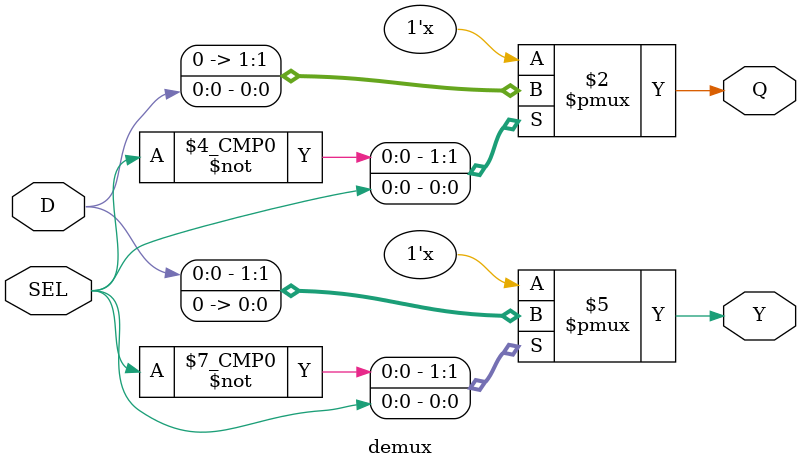
<source format=sv>
module demux (output logic Y, Q, input logic D, input logic SEL);

    always_comb begin
        case (SEL)
            1'b0 : begin
                Y = D;
                Q = 0;
            end
            1'b1 : begin
                Y = 0;
                Q = D;
            end
            default: begin
                Y = 0;
                Q = 0;
            end
        endcase
    end

endmodule
</source>
